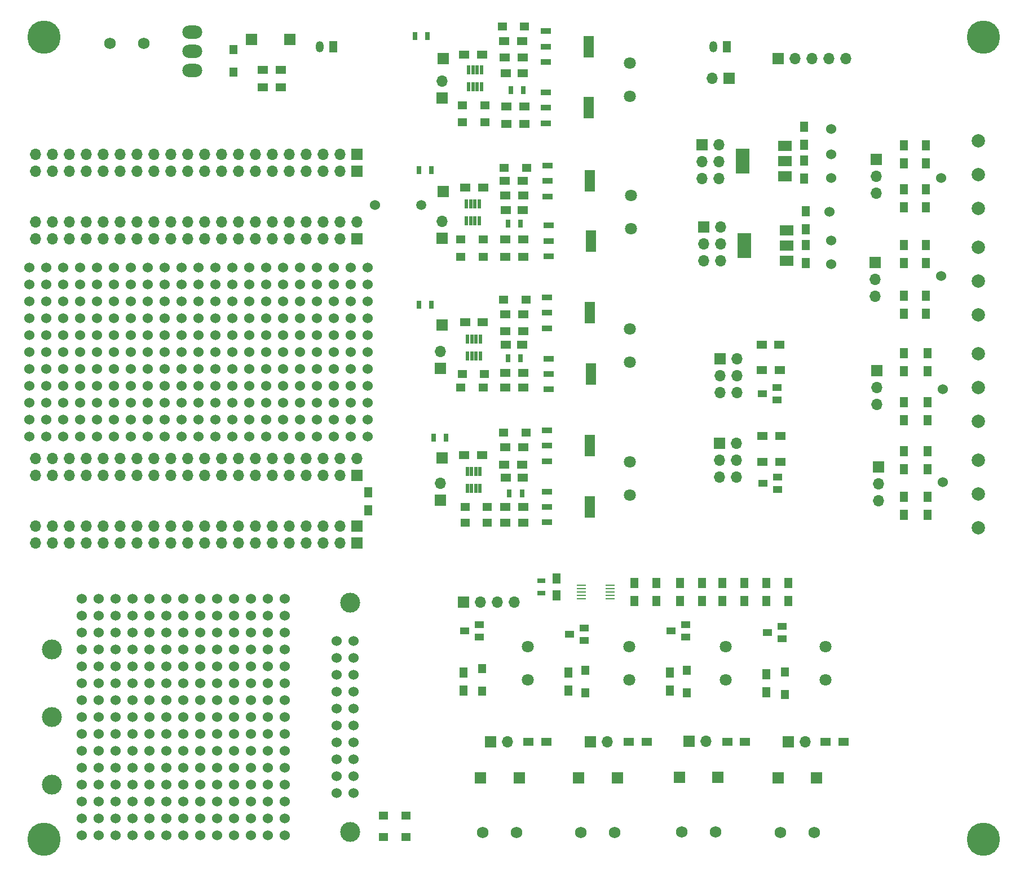
<source format=gts>
G04 #@! TF.FileFunction,Soldermask,Top*
%FSLAX46Y46*%
G04 Gerber Fmt 4.6, Leading zero omitted, Abs format (unit mm)*
G04 Created by KiCad (PCBNEW 4.0.7-e2-6376~60~ubuntu17.10.1) date Fri Nov 10 10:24:04 2017*
%MOMM*%
%LPD*%
G01*
G04 APERTURE LIST*
%ADD10C,0.100000*%
%ADD11R,1.700000X1.700000*%
%ADD12O,1.700000X1.700000*%
%ADD13C,1.524000*%
%ADD14R,1.300000X1.500000*%
%ADD15R,1.300000X0.700000*%
%ADD16R,0.700000X1.300000*%
%ADD17R,1.422400X0.279400*%
%ADD18R,1.500000X1.250000*%
%ADD19R,1.625600X0.889000*%
%ADD20R,1.625600X3.175000*%
%ADD21R,1.500000X1.300000*%
%ADD22R,1.350000X1.200000*%
%ADD23R,0.508000X1.320800*%
%ADD24R,1.800000X1.800000*%
%ADD25R,1.250000X1.500000*%
%ADD26R,1.200000X1.350000*%
%ADD27R,1.200000X1.700000*%
%ADD28O,1.200000X1.700000*%
%ADD29R,2.000000X3.800000*%
%ADD30R,2.000000X1.500000*%
%ADD31R,1.400000X1.000000*%
%ADD32C,1.800000*%
%ADD33C,1.750000*%
%ADD34C,2.000000*%
%ADD35O,3.000000X2.000000*%
%ADD36C,5.000000*%
%ADD37C,3.000000*%
%ADD38C,1.500000*%
G04 APERTURE END LIST*
D10*
D11*
X121830000Y-61290000D03*
D12*
X121830000Y-58750000D03*
X119290000Y-61290000D03*
X119290000Y-58750000D03*
X116750000Y-61290000D03*
X116750000Y-58750000D03*
X114210000Y-61290000D03*
X114210000Y-58750000D03*
X111670000Y-61290000D03*
X111670000Y-58750000D03*
X109130000Y-61290000D03*
X109130000Y-58750000D03*
X106590000Y-61290000D03*
X106590000Y-58750000D03*
X104050000Y-61290000D03*
X104050000Y-58750000D03*
X101510000Y-61290000D03*
X101510000Y-58750000D03*
X98970000Y-61290000D03*
X98970000Y-58750000D03*
X96430000Y-61290000D03*
X96430000Y-58750000D03*
X93890000Y-61290000D03*
X93890000Y-58750000D03*
X91350000Y-61290000D03*
X91350000Y-58750000D03*
X88810000Y-61290000D03*
X88810000Y-58750000D03*
X86270000Y-61290000D03*
X86270000Y-58750000D03*
X83730000Y-61290000D03*
X83730000Y-58750000D03*
X81190000Y-61290000D03*
X81190000Y-58750000D03*
X78650000Y-61290000D03*
X78650000Y-58750000D03*
X76110000Y-61290000D03*
X76110000Y-58750000D03*
X73570000Y-61290000D03*
X73570000Y-58750000D03*
D13*
X121322000Y-144602000D03*
X118782000Y-144602000D03*
X121322000Y-142062000D03*
X118782000Y-142062000D03*
X121322000Y-139522000D03*
X118782000Y-139522000D03*
X121322000Y-136982000D03*
X118782000Y-136982000D03*
X121322000Y-134442000D03*
X118782000Y-134442000D03*
X121322000Y-131902000D03*
X118782000Y-131902000D03*
X121322000Y-129362000D03*
X118782000Y-129362000D03*
X121322000Y-126822000D03*
X118782000Y-126822000D03*
X121322000Y-124282000D03*
X118782000Y-124282000D03*
X121322000Y-121742000D03*
X118782000Y-121742000D03*
D11*
X121830000Y-96850000D03*
D12*
X121830000Y-94310000D03*
X119290000Y-96850000D03*
X119290000Y-94310000D03*
X116750000Y-96850000D03*
X116750000Y-94310000D03*
X114210000Y-96850000D03*
X114210000Y-94310000D03*
X111670000Y-96850000D03*
X111670000Y-94310000D03*
X109130000Y-96850000D03*
X109130000Y-94310000D03*
X106590000Y-96850000D03*
X106590000Y-94310000D03*
X104050000Y-96850000D03*
X104050000Y-94310000D03*
X101510000Y-96850000D03*
X101510000Y-94310000D03*
X98970000Y-96850000D03*
X98970000Y-94310000D03*
X96430000Y-96850000D03*
X96430000Y-94310000D03*
X93890000Y-96850000D03*
X93890000Y-94310000D03*
X91350000Y-96850000D03*
X91350000Y-94310000D03*
X88810000Y-96850000D03*
X88810000Y-94310000D03*
X86270000Y-96850000D03*
X86270000Y-94310000D03*
X83730000Y-96850000D03*
X83730000Y-94310000D03*
X81190000Y-96850000D03*
X81190000Y-94310000D03*
X78650000Y-96850000D03*
X78650000Y-94310000D03*
X76110000Y-96850000D03*
X76110000Y-94310000D03*
X73570000Y-96850000D03*
X73570000Y-94310000D03*
D14*
X123550000Y-102100000D03*
X123550000Y-99400000D03*
D15*
X149582000Y-112644000D03*
X149582000Y-114544000D03*
D16*
X133050000Y-71150000D03*
X131150000Y-71150000D03*
X132450000Y-30750000D03*
X130550000Y-30750000D03*
X146850000Y-38950000D03*
X144950000Y-38950000D03*
D17*
X159894400Y-115346600D03*
X159894400Y-114864000D03*
X159894400Y-114356000D03*
X159894400Y-113848000D03*
X159894400Y-113365400D03*
X155525600Y-113365400D03*
X155525600Y-113848000D03*
X155525600Y-114356000D03*
X155525600Y-114864000D03*
X155525600Y-115346600D03*
D18*
X146725000Y-56975000D03*
X144225000Y-56975000D03*
D19*
X150224600Y-39263600D03*
X150224600Y-41575000D03*
X150224600Y-43886400D03*
D20*
X156625400Y-41575000D03*
D21*
X143925000Y-95175000D03*
X146625000Y-95175000D03*
D18*
X146725000Y-97175000D03*
X144225000Y-97175000D03*
D22*
X147225000Y-90375000D03*
X143875000Y-90375000D03*
D11*
X134625000Y-94175000D03*
D21*
X140625000Y-93775000D03*
X137925000Y-93775000D03*
D22*
X138075000Y-103975000D03*
X141425000Y-103975000D03*
D11*
X134425000Y-100515000D03*
D12*
X134425000Y-97975000D03*
D22*
X138075000Y-101575000D03*
X141425000Y-101575000D03*
D23*
X140355400Y-96235000D03*
X139720400Y-96235000D03*
X139060000Y-96235000D03*
X138425000Y-96235000D03*
X138425000Y-98775000D03*
X139060000Y-98775000D03*
X139720400Y-98775000D03*
X140355400Y-98775000D03*
D21*
X144125000Y-101575000D03*
X146825000Y-101575000D03*
X144125000Y-103975000D03*
X146825000Y-103975000D03*
X146825000Y-92575000D03*
X144125000Y-92575000D03*
X144025000Y-33975000D03*
X146725000Y-33975000D03*
D11*
X121830000Y-48590000D03*
D12*
X119290000Y-48590000D03*
X116750000Y-48590000D03*
X114210000Y-48590000D03*
X111670000Y-48590000D03*
X109130000Y-48590000D03*
X106590000Y-48590000D03*
X104050000Y-48590000D03*
X101510000Y-48590000D03*
X98970000Y-48590000D03*
X96430000Y-48590000D03*
X93890000Y-48590000D03*
X91350000Y-48590000D03*
X88810000Y-48590000D03*
X86270000Y-48590000D03*
X83730000Y-48590000D03*
X81190000Y-48590000D03*
X78650000Y-48590000D03*
X76110000Y-48590000D03*
X73570000Y-48590000D03*
D24*
X106002000Y-31274000D03*
X111802000Y-31274000D03*
X170252000Y-142224000D03*
X176052000Y-142224000D03*
D18*
X146725000Y-36375000D03*
X144225000Y-36375000D03*
X146675000Y-77175000D03*
X144175000Y-77175000D03*
D25*
X151868000Y-114844000D03*
X151868000Y-112344000D03*
D14*
X207326000Y-49936000D03*
X207326000Y-47236000D03*
X207326000Y-64922000D03*
X207326000Y-62222000D03*
X207580000Y-81178000D03*
X207580000Y-78478000D03*
X207580000Y-95910000D03*
X207580000Y-93210000D03*
X207326000Y-56540000D03*
X207326000Y-53840000D03*
X207326000Y-72542000D03*
X207326000Y-69842000D03*
X207580000Y-88544000D03*
X207580000Y-85844000D03*
X207580000Y-102768000D03*
X207580000Y-100068000D03*
D22*
X137725000Y-41175000D03*
X141075000Y-41175000D03*
X137475000Y-61375000D03*
X140825000Y-61375000D03*
X137675000Y-81575000D03*
X141025000Y-81575000D03*
D26*
X140692000Y-125864000D03*
X140692000Y-129214000D03*
X156186000Y-126118000D03*
X156186000Y-129468000D03*
X171426000Y-126118000D03*
X171426000Y-129468000D03*
X186158000Y-126372000D03*
X186158000Y-129722000D03*
X103302000Y-36174000D03*
X103302000Y-32824000D03*
D22*
X147025000Y-29375000D03*
X143675000Y-29375000D03*
X147325000Y-50575000D03*
X143975000Y-50575000D03*
X147225000Y-70375000D03*
X143875000Y-70375000D03*
D11*
X199833000Y-49348000D03*
D12*
X199833000Y-51888000D03*
X199833000Y-54428000D03*
D11*
X199706000Y-64842000D03*
D12*
X199706000Y-67382000D03*
X199706000Y-69922000D03*
D11*
X199960000Y-81098000D03*
D12*
X199960000Y-83638000D03*
X199960000Y-86178000D03*
D11*
X200214000Y-95576000D03*
D12*
X200214000Y-98116000D03*
X200214000Y-100656000D03*
D11*
X173645600Y-47163600D03*
D12*
X176185600Y-47163600D03*
X173645600Y-49703600D03*
X176185600Y-49703600D03*
X173645600Y-52243600D03*
X176185600Y-52243600D03*
D11*
X173899600Y-59457200D03*
D12*
X176439600Y-59457200D03*
X173899600Y-61997200D03*
X176439600Y-61997200D03*
X173899600Y-64537200D03*
X176439600Y-64537200D03*
D11*
X176401500Y-79332700D03*
D12*
X178941500Y-79332700D03*
X176401500Y-81872700D03*
X178941500Y-81872700D03*
X176401500Y-84412700D03*
X178941500Y-84412700D03*
D11*
X176338000Y-92020000D03*
D12*
X178878000Y-92020000D03*
X176338000Y-94560000D03*
X178878000Y-94560000D03*
X176338000Y-97100000D03*
X178878000Y-97100000D03*
D11*
X121830000Y-51130000D03*
D12*
X119290000Y-51130000D03*
X116750000Y-51130000D03*
X114210000Y-51130000D03*
X111670000Y-51130000D03*
X109130000Y-51130000D03*
X106590000Y-51130000D03*
X104050000Y-51130000D03*
X101510000Y-51130000D03*
X98970000Y-51130000D03*
X96430000Y-51130000D03*
X93890000Y-51130000D03*
X91350000Y-51130000D03*
X88810000Y-51130000D03*
X86270000Y-51130000D03*
X83730000Y-51130000D03*
X81190000Y-51130000D03*
X78650000Y-51130000D03*
X76110000Y-51130000D03*
X73570000Y-51130000D03*
D11*
X121830000Y-107010000D03*
D12*
X119290000Y-107010000D03*
X116750000Y-107010000D03*
X114210000Y-107010000D03*
X111670000Y-107010000D03*
X109130000Y-107010000D03*
X106590000Y-107010000D03*
X104050000Y-107010000D03*
X101510000Y-107010000D03*
X98970000Y-107010000D03*
X96430000Y-107010000D03*
X93890000Y-107010000D03*
X91350000Y-107010000D03*
X88810000Y-107010000D03*
X86270000Y-107010000D03*
X83730000Y-107010000D03*
X81190000Y-107010000D03*
X78650000Y-107010000D03*
X76110000Y-107010000D03*
X73570000Y-107010000D03*
D11*
X121830000Y-104470000D03*
D12*
X119290000Y-104470000D03*
X116750000Y-104470000D03*
X114210000Y-104470000D03*
X111670000Y-104470000D03*
X109130000Y-104470000D03*
X106590000Y-104470000D03*
X104050000Y-104470000D03*
X101510000Y-104470000D03*
X98970000Y-104470000D03*
X96430000Y-104470000D03*
X93890000Y-104470000D03*
X91350000Y-104470000D03*
X88810000Y-104470000D03*
X86270000Y-104470000D03*
X83730000Y-104470000D03*
X81190000Y-104470000D03*
X78650000Y-104470000D03*
X76110000Y-104470000D03*
X73570000Y-104470000D03*
D27*
X118302000Y-32350000D03*
D28*
X116302000Y-32350000D03*
D11*
X134625000Y-40115000D03*
D12*
X134625000Y-37575000D03*
D11*
X134625000Y-61175000D03*
D12*
X134625000Y-58635000D03*
D11*
X134425000Y-80775000D03*
D12*
X134425000Y-78235000D03*
D11*
X137898000Y-115880000D03*
D12*
X140438000Y-115880000D03*
X142978000Y-115880000D03*
X145518000Y-115880000D03*
D29*
X179792000Y-49602000D03*
D30*
X186092000Y-49602000D03*
X186092000Y-47302000D03*
X186092000Y-51902000D03*
D29*
X180046000Y-62302000D03*
D30*
X186346000Y-62302000D03*
X186346000Y-60002000D03*
X186346000Y-64602000D03*
D31*
X182731000Y-84527000D03*
X184931000Y-83577000D03*
X184931000Y-85477000D03*
X182858000Y-97989000D03*
X185058000Y-97039000D03*
X185058000Y-98939000D03*
D19*
X150624600Y-59263600D03*
X150624600Y-61575000D03*
X150624600Y-63886400D03*
D20*
X157025400Y-61575000D03*
D19*
X150224600Y-30063600D03*
X150224600Y-32375000D03*
X150224600Y-34686400D03*
D20*
X156625400Y-32375000D03*
D19*
X150440600Y-50263600D03*
X150440600Y-52575000D03*
X150440600Y-54886400D03*
D20*
X156841400Y-52575000D03*
D19*
X150624600Y-79263600D03*
X150624600Y-81575000D03*
X150624600Y-83886400D03*
D20*
X157025400Y-81575000D03*
D19*
X150424600Y-99263600D03*
X150424600Y-101575000D03*
X150424600Y-103886400D03*
D20*
X156825400Y-101575000D03*
D19*
X150424600Y-70063600D03*
X150424600Y-72375000D03*
X150424600Y-74686400D03*
D20*
X156825400Y-72375000D03*
D19*
X150424600Y-90063600D03*
X150424600Y-92375000D03*
X150424600Y-94686400D03*
D20*
X156825400Y-92375000D03*
D31*
X138068000Y-120198000D03*
X140268000Y-119248000D03*
X140268000Y-121148000D03*
X153816000Y-120706000D03*
X156016000Y-119756000D03*
X156016000Y-121656000D03*
X169056000Y-120198000D03*
X171256000Y-119248000D03*
X171256000Y-121148000D03*
X183534000Y-120452000D03*
X185734000Y-119502000D03*
X185734000Y-121402000D03*
D14*
X204024000Y-47236000D03*
X204024000Y-49936000D03*
X204024000Y-62222000D03*
X204024000Y-64922000D03*
X204024000Y-78478000D03*
X204024000Y-81178000D03*
X204024000Y-93210000D03*
X204024000Y-95910000D03*
X204024000Y-53840000D03*
X204024000Y-56540000D03*
X204024000Y-69842000D03*
X204024000Y-72542000D03*
X204024000Y-85844000D03*
X204024000Y-88544000D03*
X204024000Y-100068000D03*
X204024000Y-102768000D03*
X189038000Y-52222000D03*
X189038000Y-49522000D03*
X189038000Y-44442000D03*
X189038000Y-47142000D03*
X189292000Y-64922000D03*
X189292000Y-62222000D03*
X189292000Y-57142000D03*
X189292000Y-59842000D03*
D21*
X185308000Y-77161000D03*
X182608000Y-77161000D03*
X182671500Y-81009100D03*
X185371500Y-81009100D03*
X185435000Y-90877000D03*
X182735000Y-90877000D03*
X182735000Y-94814000D03*
X185435000Y-94814000D03*
X144275000Y-41375000D03*
X146975000Y-41375000D03*
X144125000Y-61375000D03*
X146825000Y-61375000D03*
D32*
X162825000Y-39875000D03*
X162825000Y-34875000D03*
X163039000Y-59735000D03*
X163039000Y-54735000D03*
D21*
X140625000Y-33575000D03*
X137925000Y-33575000D03*
X140825000Y-53575000D03*
X138125000Y-53575000D03*
X143925000Y-31575000D03*
X146625000Y-31575000D03*
X144075000Y-52575000D03*
X146775000Y-52575000D03*
X144125000Y-54775000D03*
X146825000Y-54775000D03*
X144125000Y-81375000D03*
X146825000Y-81375000D03*
D32*
X162825000Y-79775000D03*
X162825000Y-74775000D03*
X162825000Y-99775000D03*
X162825000Y-94775000D03*
D21*
X140775000Y-73775000D03*
X138075000Y-73775000D03*
X146825000Y-72575000D03*
X144125000Y-72575000D03*
X144125000Y-75175000D03*
X146825000Y-75175000D03*
D14*
X137898000Y-129168000D03*
X137898000Y-126468000D03*
X153646000Y-129168000D03*
X153646000Y-126468000D03*
X168886000Y-129168000D03*
X168886000Y-126468000D03*
X183364000Y-129422000D03*
X183364000Y-126722000D03*
D32*
X147550000Y-122524000D03*
X147550000Y-127524000D03*
X162790000Y-122524000D03*
X162790000Y-127524000D03*
X177268000Y-122524000D03*
X177268000Y-127524000D03*
X192254000Y-122524000D03*
X192254000Y-127524000D03*
D14*
X163552000Y-113006000D03*
X163552000Y-115706000D03*
X170410000Y-113006000D03*
X170410000Y-115706000D03*
X186666000Y-113006000D03*
X186666000Y-115706000D03*
X176760000Y-113006000D03*
X176760000Y-115706000D03*
X166854000Y-115706000D03*
X166854000Y-113006000D03*
X173712000Y-115706000D03*
X173712000Y-113006000D03*
X183364000Y-115706000D03*
X183364000Y-113006000D03*
X180062000Y-115706000D03*
X180062000Y-113006000D03*
D13*
X209612000Y-52142000D03*
X209612000Y-66874000D03*
X209866000Y-83892000D03*
X209866000Y-97862000D03*
X193102000Y-52142000D03*
X193102000Y-65096000D03*
X193102000Y-48586000D03*
X193102000Y-44776000D03*
X193102000Y-61540000D03*
X192848000Y-57222000D03*
D23*
X140555400Y-35835000D03*
X139920400Y-35835000D03*
X139260000Y-35835000D03*
X138625000Y-35835000D03*
X138625000Y-38375000D03*
X139260000Y-38375000D03*
X139920400Y-38375000D03*
X140555400Y-38375000D03*
X140225000Y-55975000D03*
X139590000Y-55975000D03*
X138929600Y-55975000D03*
X138294600Y-55975000D03*
X138294600Y-58515000D03*
X138929600Y-58515000D03*
X139590000Y-58515000D03*
X140225000Y-58515000D03*
X140390200Y-76305000D03*
X139755200Y-76305000D03*
X139094800Y-76305000D03*
X138459800Y-76305000D03*
X138459800Y-78845000D03*
X139094800Y-78845000D03*
X139755200Y-78845000D03*
X140390200Y-78845000D03*
D22*
X137725000Y-43775000D03*
X141075000Y-43775000D03*
X137475000Y-63975000D03*
X140825000Y-63975000D03*
X137475000Y-83575000D03*
X140825000Y-83575000D03*
D21*
X144275000Y-43975000D03*
X146975000Y-43975000D03*
X144125000Y-63975000D03*
X146825000Y-63975000D03*
X144125000Y-83575000D03*
X146825000Y-83575000D03*
D11*
X141902000Y-136874000D03*
D12*
X144442000Y-136874000D03*
D11*
X156952000Y-136874000D03*
D12*
X159492000Y-136874000D03*
D11*
X171752000Y-136824000D03*
D12*
X174292000Y-136824000D03*
D11*
X186602000Y-136874000D03*
D12*
X189142000Y-136874000D03*
D11*
X134825000Y-34175000D03*
X134825000Y-54175000D03*
X134625000Y-74175000D03*
X177700000Y-37150000D03*
D12*
X175160000Y-37150000D03*
D21*
X110452000Y-35874000D03*
X107752000Y-35874000D03*
D33*
X84762000Y-31874000D03*
X89842000Y-31874000D03*
X140762000Y-150474000D03*
X145842000Y-150474000D03*
X155512000Y-150474000D03*
X160592000Y-150474000D03*
X170612000Y-150424000D03*
X175692000Y-150424000D03*
X185462000Y-150474000D03*
X190542000Y-150474000D03*
D34*
X215200000Y-46554000D03*
X215200000Y-51634000D03*
X215200000Y-56714000D03*
X215200000Y-62556000D03*
X215200000Y-67636000D03*
X215200000Y-72716000D03*
X215200000Y-78558000D03*
X215200000Y-83638000D03*
X215200000Y-88718000D03*
X215200000Y-94560000D03*
X215200000Y-99640000D03*
X215200000Y-104720000D03*
D22*
X129200000Y-147950000D03*
X125850000Y-147950000D03*
X129200000Y-151150000D03*
X125850000Y-151150000D03*
D27*
X177405000Y-32369000D03*
D28*
X175405000Y-32369000D03*
D24*
X185102000Y-142274000D03*
X190902000Y-142274000D03*
X155152000Y-142274000D03*
X160952000Y-142274000D03*
X140402000Y-142274000D03*
X146202000Y-142274000D03*
D35*
X97102000Y-35974000D03*
X97102000Y-33074000D03*
X97102000Y-30174000D03*
D11*
X185140000Y-34150000D03*
D12*
X187680000Y-34150000D03*
X190220000Y-34150000D03*
X192760000Y-34150000D03*
X195300000Y-34150000D03*
D16*
X133050000Y-50950000D03*
X131150000Y-50950000D03*
X146450000Y-79175000D03*
X144550000Y-79175000D03*
X146425000Y-58975000D03*
X144525000Y-58975000D03*
X146650000Y-99550000D03*
X144750000Y-99550000D03*
X135250000Y-91150000D03*
X133350000Y-91150000D03*
D36*
X74900000Y-30950000D03*
X215900000Y-30950000D03*
X215900000Y-151550000D03*
X74900000Y-151550000D03*
D13*
X72690000Y-65570000D03*
X72690000Y-68110000D03*
X72690000Y-70650000D03*
X72690000Y-73190000D03*
X72690000Y-75730000D03*
X72690000Y-78270000D03*
X72690000Y-80810000D03*
X72690000Y-83350000D03*
X72690000Y-85890000D03*
X72690000Y-88430000D03*
X72690000Y-90970000D03*
X75230000Y-90970000D03*
X75230000Y-88430000D03*
X75230000Y-85890000D03*
X75230000Y-83350000D03*
X75230000Y-80810000D03*
X75230000Y-78270000D03*
X75230000Y-75730000D03*
X75230000Y-73190000D03*
X75230000Y-70650000D03*
X75230000Y-68110000D03*
X75230000Y-65570000D03*
X77770000Y-65570000D03*
X77770000Y-68110000D03*
X77770000Y-70650000D03*
X77770000Y-73190000D03*
X77770000Y-75730000D03*
X77770000Y-78270000D03*
X77770000Y-80810000D03*
X77770000Y-83350000D03*
X77770000Y-85890000D03*
X77770000Y-88430000D03*
X77770000Y-90970000D03*
X80310000Y-90970000D03*
X80310000Y-88430000D03*
X80310000Y-85890000D03*
X80310000Y-83350000D03*
X80310000Y-80810000D03*
X80310000Y-78270000D03*
X80310000Y-75730000D03*
X80310000Y-73190000D03*
X80310000Y-70650000D03*
X80310000Y-68110000D03*
X80310000Y-65570000D03*
X82850000Y-65570000D03*
X82850000Y-68110000D03*
X82850000Y-70650000D03*
X82850000Y-73190000D03*
X82850000Y-75730000D03*
X82850000Y-78270000D03*
X82850000Y-80810000D03*
X82850000Y-83350000D03*
X82850000Y-85890000D03*
X82850000Y-88430000D03*
X82850000Y-90970000D03*
X85390000Y-90970000D03*
X85390000Y-88430000D03*
X85390000Y-85890000D03*
X85390000Y-83350000D03*
X85390000Y-80810000D03*
X85390000Y-78270000D03*
X85390000Y-75730000D03*
X85390000Y-73190000D03*
X85390000Y-70650000D03*
X85390000Y-68110000D03*
X85390000Y-65570000D03*
X87930000Y-65570000D03*
X87930000Y-68110000D03*
X87930000Y-70650000D03*
X87930000Y-73190000D03*
X87930000Y-75730000D03*
X87930000Y-78270000D03*
X87930000Y-80810000D03*
X87930000Y-83350000D03*
X87930000Y-85890000D03*
X87930000Y-88430000D03*
X87930000Y-90970000D03*
X90470000Y-90970000D03*
X90470000Y-88430000D03*
X90470000Y-85890000D03*
X90470000Y-83350000D03*
X90470000Y-80810000D03*
X90470000Y-78270000D03*
X90470000Y-75730000D03*
X90470000Y-73190000D03*
X90470000Y-70650000D03*
X90470000Y-68110000D03*
X90470000Y-65570000D03*
X93010000Y-65570000D03*
X93010000Y-68110000D03*
X93010000Y-70650000D03*
X93010000Y-73190000D03*
X93010000Y-75730000D03*
X93010000Y-78270000D03*
X93010000Y-80810000D03*
X93010000Y-83350000D03*
X93010000Y-85890000D03*
X93010000Y-88430000D03*
X93010000Y-90970000D03*
X95550000Y-90970000D03*
X95550000Y-88430000D03*
X95550000Y-85890000D03*
X95550000Y-83350000D03*
X95550000Y-80810000D03*
X95550000Y-78270000D03*
X95550000Y-75730000D03*
X95550000Y-73190000D03*
X95550000Y-70650000D03*
X95550000Y-68110000D03*
X95550000Y-65570000D03*
X98090000Y-65570000D03*
X98090000Y-68110000D03*
X98090000Y-70650000D03*
X98090000Y-73190000D03*
X98090000Y-75730000D03*
X98090000Y-78270000D03*
X98090000Y-80810000D03*
X98090000Y-83350000D03*
X98090000Y-85890000D03*
X98090000Y-88430000D03*
X98090000Y-90970000D03*
X100630000Y-90970000D03*
X100630000Y-88430000D03*
X100630000Y-85890000D03*
X100630000Y-83350000D03*
X100630000Y-80810000D03*
X100630000Y-78270000D03*
X100630000Y-75730000D03*
X100630000Y-73190000D03*
X100630000Y-70650000D03*
X100630000Y-68110000D03*
X100630000Y-65570000D03*
X103170000Y-65570000D03*
X103170000Y-68110000D03*
X103170000Y-70650000D03*
X103170000Y-73190000D03*
X103170000Y-75730000D03*
X103170000Y-78270000D03*
X103170000Y-80810000D03*
X103170000Y-83350000D03*
X103170000Y-85890000D03*
X103170000Y-88430000D03*
X103170000Y-90970000D03*
X105710000Y-90970000D03*
X105710000Y-88430000D03*
X105710000Y-85890000D03*
X105710000Y-83350000D03*
X105710000Y-80810000D03*
X105710000Y-78270000D03*
X105710000Y-75730000D03*
X105710000Y-73190000D03*
X105710000Y-70650000D03*
X105710000Y-68110000D03*
X105710000Y-65570000D03*
X108250000Y-65570000D03*
X108250000Y-68110000D03*
X108250000Y-70650000D03*
X108250000Y-73190000D03*
X108250000Y-75730000D03*
X108250000Y-78270000D03*
X108250000Y-80810000D03*
X108250000Y-83350000D03*
X108250000Y-85890000D03*
X108250000Y-88430000D03*
X108250000Y-90970000D03*
X110790000Y-90970000D03*
X110790000Y-88430000D03*
X110790000Y-85890000D03*
X110790000Y-83350000D03*
X110790000Y-80810000D03*
X110790000Y-78270000D03*
X110790000Y-75730000D03*
X110790000Y-73190000D03*
X110790000Y-70650000D03*
X110790000Y-68110000D03*
X110790000Y-65570000D03*
X113330000Y-65570000D03*
X113330000Y-68110000D03*
X113330000Y-70650000D03*
X113330000Y-73190000D03*
X113330000Y-75730000D03*
X113330000Y-78270000D03*
X113330000Y-80810000D03*
X113330000Y-83350000D03*
X113330000Y-85890000D03*
X113330000Y-88430000D03*
X113330000Y-90970000D03*
X115870000Y-90970000D03*
X115870000Y-88430000D03*
X115870000Y-85890000D03*
X115870000Y-83350000D03*
X115870000Y-80810000D03*
X115870000Y-78270000D03*
X115870000Y-75730000D03*
X115870000Y-73190000D03*
X115870000Y-70650000D03*
X115870000Y-68110000D03*
X115870000Y-65570000D03*
X118410000Y-65570000D03*
X118410000Y-68110000D03*
X118410000Y-70650000D03*
X118410000Y-73190000D03*
X118410000Y-75730000D03*
X118410000Y-78270000D03*
X118410000Y-80810000D03*
X118410000Y-83350000D03*
X118410000Y-85890000D03*
X118410000Y-88430000D03*
X118410000Y-90970000D03*
X120950000Y-90970000D03*
X120950000Y-88430000D03*
X120950000Y-85890000D03*
X120950000Y-83350000D03*
X120950000Y-80810000D03*
X120950000Y-78270000D03*
X120950000Y-75730000D03*
X120950000Y-73190000D03*
X120950000Y-70650000D03*
X120950000Y-68110000D03*
X120950000Y-65570000D03*
X123490000Y-65570000D03*
X123490000Y-68110000D03*
X123490000Y-70650000D03*
X123490000Y-73190000D03*
X123490000Y-75730000D03*
X123490000Y-78270000D03*
X123490000Y-80810000D03*
X123490000Y-83350000D03*
X123490000Y-85890000D03*
X123490000Y-88430000D03*
X123490000Y-90970000D03*
X80560000Y-115370000D03*
X80560000Y-117910000D03*
X80560000Y-120450000D03*
X80560000Y-122990000D03*
X80560000Y-125530000D03*
X80560000Y-128070000D03*
X80560000Y-130610000D03*
X80560000Y-133150000D03*
X80560000Y-135690000D03*
X80560000Y-138230000D03*
X80560000Y-140770000D03*
X83100000Y-130610000D03*
X83100000Y-128070000D03*
X83100000Y-125530000D03*
X83100000Y-122990000D03*
X83100000Y-120450000D03*
X83100000Y-117910000D03*
X83100000Y-115370000D03*
X80560000Y-150930000D03*
X80560000Y-148390000D03*
X80560000Y-145850000D03*
X80560000Y-143310000D03*
X83100000Y-133150000D03*
X83100000Y-135690000D03*
X83100000Y-138230000D03*
X83100000Y-140770000D03*
X83100000Y-143310000D03*
X83100000Y-145850000D03*
X83100000Y-148390000D03*
X83100000Y-150930000D03*
X85640000Y-115370000D03*
X85640000Y-117910000D03*
X85640000Y-120450000D03*
X85640000Y-148390000D03*
X85640000Y-145850000D03*
X85640000Y-143310000D03*
X85640000Y-140770000D03*
X85640000Y-138230000D03*
X85640000Y-135690000D03*
X85640000Y-133150000D03*
X85640000Y-130610000D03*
X85640000Y-128070000D03*
X85640000Y-125530000D03*
X85640000Y-122990000D03*
X85640000Y-150930000D03*
X88180000Y-115370000D03*
X88180000Y-117910000D03*
X88180000Y-120450000D03*
X88180000Y-122990000D03*
X88180000Y-125530000D03*
X88180000Y-128070000D03*
X88180000Y-130610000D03*
X88180000Y-133150000D03*
X88180000Y-135690000D03*
X88180000Y-138230000D03*
X90720000Y-128070000D03*
X90720000Y-125530000D03*
X90720000Y-122990000D03*
X90720000Y-120450000D03*
X90720000Y-117910000D03*
X90720000Y-115370000D03*
X88180000Y-150930000D03*
X88180000Y-148390000D03*
X88180000Y-145850000D03*
X88180000Y-143310000D03*
X88180000Y-140770000D03*
X90720000Y-130610000D03*
X90720000Y-133150000D03*
X90720000Y-135690000D03*
X90720000Y-138230000D03*
X90720000Y-140770000D03*
X90720000Y-143310000D03*
X90720000Y-145850000D03*
X90720000Y-148390000D03*
X90720000Y-150930000D03*
X93260000Y-115370000D03*
X93260000Y-117910000D03*
X93260000Y-145850000D03*
X93260000Y-143310000D03*
X93260000Y-140770000D03*
X93260000Y-138230000D03*
X93260000Y-135690000D03*
X93260000Y-133150000D03*
X93260000Y-130610000D03*
X93260000Y-128070000D03*
X93260000Y-125530000D03*
X93260000Y-122990000D03*
X93260000Y-120450000D03*
X93260000Y-148390000D03*
X93260000Y-150930000D03*
X95800000Y-115370000D03*
X95800000Y-117910000D03*
X95800000Y-120450000D03*
X95800000Y-122990000D03*
X95800000Y-125530000D03*
X95800000Y-128070000D03*
X95800000Y-130610000D03*
X95800000Y-133150000D03*
X95800000Y-135690000D03*
X98340000Y-125530000D03*
X98340000Y-122990000D03*
X98340000Y-120450000D03*
X98340000Y-117910000D03*
X98340000Y-115370000D03*
X95800000Y-150930000D03*
X95800000Y-148390000D03*
X95800000Y-145850000D03*
X95800000Y-143310000D03*
X95800000Y-140770000D03*
X95800000Y-138230000D03*
X98340000Y-128070000D03*
X98340000Y-130610000D03*
X98340000Y-133150000D03*
X98340000Y-135690000D03*
X98340000Y-138230000D03*
X98340000Y-140770000D03*
X98340000Y-143310000D03*
X98340000Y-145850000D03*
X98340000Y-148390000D03*
X98340000Y-150930000D03*
X100880000Y-115370000D03*
X100880000Y-143310000D03*
X100880000Y-140770000D03*
X100880000Y-138230000D03*
X100880000Y-135690000D03*
X100880000Y-133150000D03*
X100880000Y-130610000D03*
X100880000Y-128070000D03*
X100880000Y-125530000D03*
X100880000Y-122990000D03*
X100880000Y-120450000D03*
X100880000Y-117910000D03*
X100880000Y-145850000D03*
X100880000Y-148390000D03*
X100880000Y-150930000D03*
X103420000Y-115370000D03*
X103420000Y-117910000D03*
X103420000Y-120450000D03*
X103420000Y-122990000D03*
X103420000Y-125530000D03*
X103420000Y-128070000D03*
X103420000Y-130610000D03*
X103420000Y-133150000D03*
X105960000Y-122990000D03*
X105960000Y-120450000D03*
X105960000Y-117910000D03*
X105960000Y-115370000D03*
X103420000Y-150930000D03*
X103420000Y-148390000D03*
X103420000Y-145850000D03*
X103420000Y-143310000D03*
X103420000Y-140770000D03*
X103420000Y-138230000D03*
X103420000Y-135690000D03*
X105960000Y-125530000D03*
X105960000Y-128070000D03*
X105960000Y-130610000D03*
X105960000Y-133150000D03*
X105960000Y-135690000D03*
X105960000Y-138230000D03*
X105960000Y-140770000D03*
X105960000Y-143310000D03*
X105960000Y-145850000D03*
X105960000Y-148390000D03*
X105960000Y-150930000D03*
X108500000Y-140770000D03*
X108500000Y-138230000D03*
X108500000Y-135690000D03*
X108500000Y-133150000D03*
X108500000Y-130610000D03*
X108500000Y-128070000D03*
X108500000Y-125530000D03*
X108500000Y-122990000D03*
X108500000Y-120450000D03*
X108500000Y-117910000D03*
X108500000Y-115370000D03*
X108500000Y-143310000D03*
X108500000Y-145850000D03*
X108500000Y-148390000D03*
X108500000Y-150930000D03*
X111040000Y-115370000D03*
X111040000Y-117910000D03*
X111040000Y-120450000D03*
X111040000Y-122990000D03*
X111040000Y-125530000D03*
X111040000Y-128070000D03*
X111040000Y-130610000D03*
X111040000Y-150930000D03*
X111040000Y-148390000D03*
X111040000Y-145850000D03*
X111040000Y-143310000D03*
X111040000Y-140770000D03*
X111040000Y-138230000D03*
X111040000Y-135690000D03*
X111040000Y-133150000D03*
D37*
X76050000Y-123000000D03*
X120850000Y-116000000D03*
X120850000Y-150450000D03*
X76050000Y-133150000D03*
X76050000Y-143300000D03*
D21*
X110450000Y-38450000D03*
X107750000Y-38450000D03*
D38*
X131550000Y-56150000D03*
D13*
X124550000Y-56150000D03*
D21*
X150300000Y-136900000D03*
X147600000Y-136900000D03*
X165350000Y-136900000D03*
X162650000Y-136900000D03*
X180150000Y-136850000D03*
X177450000Y-136850000D03*
X194950000Y-136850000D03*
X192250000Y-136850000D03*
M02*

</source>
